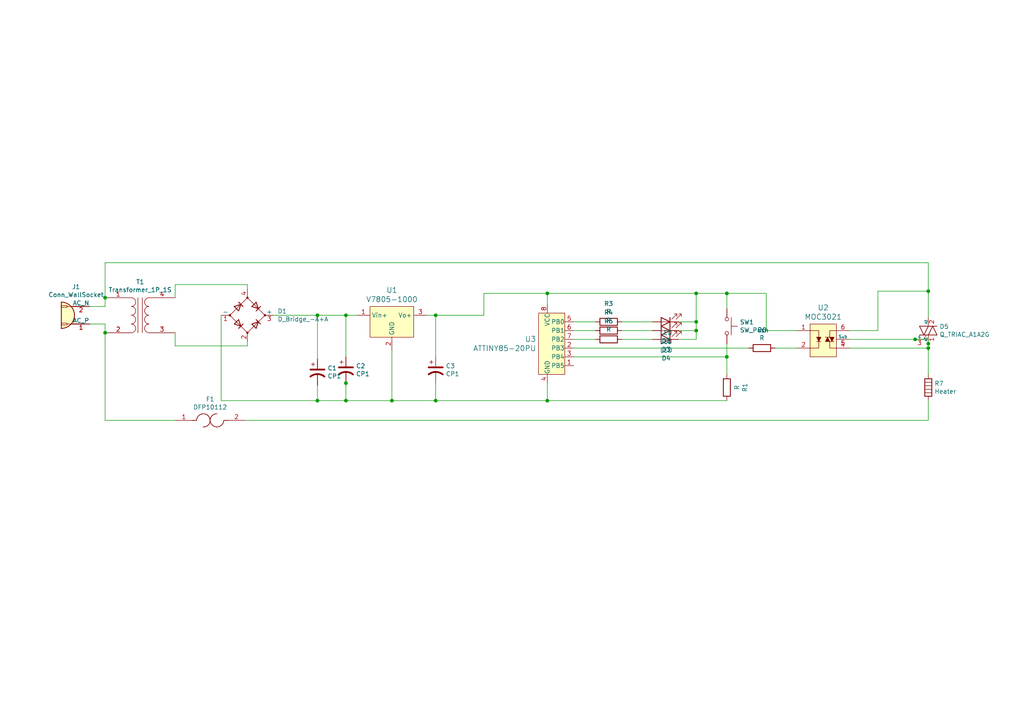
<source format=kicad_sch>
(kicad_sch (version 20230121) (generator eeschema)
  (paper "A4")
  (title_block (title "Heater Controller") (date "2021-07-24") (rev "Rev 0.5.0") (company "Luis Dinis - altLab") (comment 3 "based on ( to be completed)"))
  (lib_symbols
    (symbol "Connector:Conn_WallSocket" (pin_names (offset 0))
      (property "Reference" "J" (at 1.27 4.445 0))
      (property "Value" "Conn_WallSocket" (at 5.08 0 90))
      (symbol "Conn_WallSocket_0_1"
        (polyline (pts (xy 1.524 -2.54) (xy -2.54 -2.54)))
        (polyline (pts (xy 1.524 2.54) (xy -2.54 2.54)))
        (polyline (pts (xy 3.175 -3.81) (xy 3.175 3.81)) (stroke (width 0.254)))
        (rectangle (start 3.175 -2.794) (end 1.524 -2.286))
        (rectangle (start 3.175 2.286) (end 1.524 2.794))
        (arc (start 3.175 3.81) (mid -0.6184 0) (end 3.175 -3.81) (stroke (width 0.254)) (fill (type background)))
      )
      (symbol "Conn_WallSocket_1_1"
        (pin power_in line (at -5.08 2.54 0) (length 5.08) (name "AC_P") (number "1"))
        (pin power_in line (at -5.08 -2.54 0) (length 5.08) (name "AC_N") (number "2"))
      )
    )
    (symbol "Device:D_Bridge_-A+A" (pin_names (offset 0))
      (property "Reference" "D" (at 2.54 6.985 0))
      (property "Value" "D_Bridge_-A+A" (at 2.54 5.08 0))
      (symbol "D_Bridge_-A+A_0_1"
        (circle (center -5.08 0) (radius 0.254) (fill (type outline)))
        (circle (center 0 -5.08) (radius 0.254) (fill (type outline)))
        (polyline (pts (xy -2.54 3.81) (xy -1.27 2.54)) (stroke (width 0.254)))
        (polyline (pts (xy -1.27 -2.54) (xy -2.54 -3.81)) (stroke (width 0.254)))
        (polyline (pts (xy 2.54 -1.27) (xy 3.81 -2.54)) (stroke (width 0.254)))
        (polyline (pts (xy 2.54 1.27) (xy 3.81 2.54)) (stroke (width 0.254)))
        (polyline (pts (xy -3.81 2.54) (xy -2.54 1.27) (xy -1.905 3.175) (xy -3.81 2.54)) (stroke (width 0.254)))
        (polyline (pts (xy -2.54 -1.27) (xy -3.81 -2.54) (xy -1.905 -3.175) (xy -2.54 -1.27)) (stroke (width 0.254)))
        (polyline (pts (xy 1.27 2.54) (xy 2.54 3.81) (xy 3.175 1.905) (xy 1.27 2.54)) (stroke (width 0.254)))
        (polyline (pts (xy 3.175 -1.905) (xy 1.27 -2.54) (xy 2.54 -3.81) (xy 3.175 -1.905)) (stroke (width 0.254)))
        (polyline (pts (xy -5.08 0) (xy 0 -5.08) (xy 5.08 0) (xy 0 5.08) (xy -5.08 0)))
        (circle (center 0 5.08) (radius 0.254) (fill (type outline)))
        (circle (center 5.08 0) (radius 0.254) (fill (type outline)))
      )
      (symbol "D_Bridge_-A+A_1_1"
        (pin passive line (at -7.62 0 0) (length 2.54) (name "-") (number "1"))
        (pin passive line (at 0 -7.62 90) (length 2.54) (name "~") (number "2"))
        (pin passive line (at 7.62 0 180) (length 2.54) (name "+") (number "3"))
        (pin passive line (at 0 7.62 270) (length 2.54) (name "~") (number "4"))
      )
    )
    (symbol "Device:Heater" (pin_numbers hide) (pin_names (offset 0))
      (property "Reference" "R" (at 2.032 0 90))
      (property "Value" "Heater" (at -2.032 0 90))
      (symbol "Heater_0_1"
        (rectangle (start -1.016 -2.54) (end 1.016 2.54) (stroke (width 0.254)))
        (polyline (pts (xy -1.016 1.524) (xy 1.016 1.524)))
        (polyline (pts (xy 1.016 -1.524) (xy -1.016 -1.524)))
        (polyline (pts (xy 1.016 -0.508) (xy -1.016 -0.508)))
        (polyline (pts (xy 1.016 0.508) (xy -1.016 0.508)))
      )
      (symbol "Heater_1_1"
        (pin passive line (at 0 3.81 270) (length 1.27) (name "~") (number "1"))
        (pin passive line (at 0 -3.81 90) (length 1.27) (name "~") (number "2"))
      )
    )
    (symbol "Device:LED" (pin_numbers hide) (pin_names (offset 1.016) hide)
      (property "Reference" "D" (at 0 2.54 0))
      (property "Value" "LED" (at 0 -2.54 0))
      (symbol "LED_0_1"
        (polyline (pts (xy -1.27 -1.27) (xy -1.27 1.27)) (stroke (width 0.254)))
        (polyline (pts (xy -1.27 0) (xy 1.27 0)))
        (polyline (pts (xy 1.27 -1.27) (xy 1.27 1.27) (xy -1.27 0) (xy 1.27 -1.27)) (stroke (width 0.254)))
        (polyline (pts (xy -3.048 -0.762) (xy -4.572 -2.286) (xy -3.81 -2.286) (xy -4.572 -2.286) (xy -4.572 -1.524)))
        (polyline (pts (xy -1.778 -0.762) (xy -3.302 -2.286) (xy -2.54 -2.286) (xy -3.302 -2.286) (xy -3.302 -1.524)))
      )
      (symbol "LED_1_1"
        (pin passive line (at -3.81 0 0) (length 2.54) (name "K") (number "1"))
        (pin passive line (at 3.81 0 180) (length 2.54) (name "A") (number "2"))
      )
    )
    (symbol "Device:Q_TRIAC_A1A2G" (pin_names (offset 0))
      (property "Reference" "D" (at 3.175 0.635 0))
      (property "Value" "Q_TRIAC_A1A2G" (at 3.175 -1.27 0))
      (symbol "Q_TRIAC_A1A2G_0_1"
        (polyline (pts (xy -2.54 -1.27) (xy 2.54 -1.27)) (stroke (width 0.2032)))
        (polyline (pts (xy -2.54 1.27) (xy 2.54 1.27)) (stroke (width 0.2032)))
        (polyline (pts (xy -1.27 -2.54) (xy -0.635 -1.27)))
        (polyline (pts (xy -2.54 1.27) (xy -1.27 -1.27) (xy 0 1.27)) (stroke (width 0.2032)))
        (polyline (pts (xy 0 -1.27) (xy 1.27 1.27) (xy 2.54 -1.27)) (stroke (width 0.2032)))
      )
      (symbol "Q_TRIAC_A1A2G_1_1"
        (pin passive line (at 0 -3.81 90) (length 2.54) (name "A1") (number "1"))
        (pin passive line (at 0 3.81 270) (length 2.54) (name "A2") (number "2"))
        (pin input line (at -3.81 -2.54 0) (length 2.54) (name "G") (number "3"))
      )
    )
    (symbol "Device:R" (pin_numbers hide) (pin_names (offset 0))
      (property "Reference" "R" (at 2.032 0 90))
      (property "Value" "R" (at 0 0 90))
      (symbol "R_0_1"
        (rectangle (start -1.016 -2.54) (end 1.016 2.54) (stroke (width 0.254)))
      )
      (symbol "R_1_1"
        (pin passive line (at 0 3.81 270) (length 1.27) (name "~") (number "1"))
        (pin passive line (at 0 -3.81 90) (length 1.27) (name "~") (number "2"))
      )
    )
    (symbol "Device:Transformer_1P_1S" (pin_names (offset 1.016) hide)
      (property "Reference" "T" (at 0 6.35 0))
      (property "Value" "Transformer_1P_1S" (at 0 -7.62 0))
      (symbol "Transformer_1P_1S_0_1"
        (arc (start -2.54 -5.0546) (mid -1.6599 -4.6901) (end -1.27 -3.81))
        (arc (start -2.54 -2.5146) (mid -1.6599 -2.1501) (end -1.27 -1.27))
        (arc (start -2.54 0.0254) (mid -1.6599 0.3899) (end -1.27 1.27))
        (arc (start -2.54 2.5654) (mid -1.6599 2.9299) (end -1.27 3.81))
        (arc (start -1.27 -3.81) (mid -1.642 -2.912) (end -2.54 -2.54))
        (arc (start -1.27 -1.27) (mid -1.642 -0.372) (end -2.54 0))
        (arc (start -1.27 1.27) (mid -1.642 2.168) (end -2.54 2.54))
        (arc (start -1.27 3.81) (mid -1.642 4.708) (end -2.54 5.08))
        (polyline (pts (xy -0.635 5.08) (xy -0.635 -5.08)))
        (polyline (pts (xy 0.635 -5.08) (xy 0.635 5.08)))
        (arc (start 1.2954 -1.27) (mid 1.6599 -2.1501) (end 2.54 -2.5146))
        (arc (start 1.2954 1.27) (mid 1.6599 0.3899) (end 2.54 0.0254))
        (arc (start 1.2954 3.81) (mid 1.6599 2.9299) (end 2.54 2.5654))
        (arc (start 1.3208 -3.81) (mid 1.6853 -4.6901) (end 2.5654 -5.0546))
        (arc (start 2.54 0) (mid 1.642 -0.372) (end 1.2954 -1.27))
        (arc (start 2.54 2.54) (mid 1.642 2.168) (end 1.2954 1.27))
        (arc (start 2.54 5.08) (mid 1.642 4.708) (end 1.2954 3.81))
        (arc (start 2.5654 -2.54) (mid 1.6674 -2.912) (end 1.3208 -3.81))
      )
      (symbol "Transformer_1P_1S_1_1"
        (pin passive line (at -10.16 5.08 0) (length 7.62) (name "AA") (number "1"))
        (pin passive line (at -10.16 -5.08 0) (length 7.62) (name "AB") (number "2"))
        (pin passive line (at 10.16 -5.08 180) (length 7.62) (name "SA") (number "3"))
        (pin passive line (at 10.16 5.08 180) (length 7.62) (name "SB") (number "4"))
      )
    )
    (symbol "Switch:SW_Push" (pin_numbers hide) (pin_names (offset 1.016) hide)
      (property "Reference" "SW" (at 1.27 2.54 0))
      (property "Value" "SW_Push" (at 0 -1.524 0))
      (symbol "SW_Push_0_1"
        (circle (center -2.032 0) (radius 0.508))
        (polyline (pts (xy 0 1.27) (xy 0 3.048)))
        (polyline (pts (xy 2.54 1.27) (xy -2.54 1.27)))
        (circle (center 2.032 0) (radius 0.508))
        (pin passive line (at -5.08 0 0) (length 2.54) (name "1") (number "1"))
        (pin passive line (at 5.08 0 180) (length 2.54) (name "2") (number "2"))
      )
    )
    (symbol "power_rc_01-rescue:ATTINY85-20PU-dk_Embedded-Microcontrollers" (pin_names (offset 0.0254))
      (property "Reference" "U" (at -2.8448 8.636 0))
      (property "Value" "dk_Embedded-Microcontrollers_ATTINY85-20PU" (at 3.048 -11.43 0))
      (symbol "ATTINY85-20PU-dk_Embedded-Microcontrollers_0_1"
        (rectangle (start -2.54 7.62) (end 5.08 -10.16) (fill (type background)))
      )
      (symbol "ATTINY85-20PU-dk_Embedded-Microcontrollers_1_1"
        (pin bidirectional line (at -5.08 -7.62 0) (length 2.54) (name "PB5") (number "1"))
        (pin bidirectional line (at -5.08 -2.54 0) (length 2.54) (name "PB3") (number "2"))
        (pin bidirectional line (at -5.08 -5.08 0) (length 2.54) (name "PB4") (number "3"))
        (pin power_in line (at 2.54 -12.7 90) (length 2.54) (name "GND") (number "4"))
        (pin bidirectional line (at -5.08 5.08 0) (length 2.54) (name "PB0") (number "5"))
        (pin bidirectional line (at -5.08 2.54 0) (length 2.54) (name "PB1") (number "6"))
        (pin bidirectional line (at -5.08 0 0) (length 2.54) (name "PB2") (number "7"))
        (pin power_in line (at 2.54 10.16 270) (length 2.54) (name "VCC") (number "8"))
      )
    )
    (symbol "power_rc_01-rescue:CP1-Device" (pin_numbers hide) (pin_names (offset 0.254) hide)
      (property "Reference" "C" (at 0.635 2.54 0))
      (property "Value" "Device_CP1" (at 0.635 -2.54 0))
      (symbol "CP1-Device_0_1"
        (polyline (pts (xy -2.032 0.762) (xy 2.032 0.762)) (stroke (width 0.508)))
        (polyline (pts (xy -1.778 2.286) (xy -0.762 2.286)))
        (polyline (pts (xy -1.27 1.778) (xy -1.27 2.794)))
        (arc (start 2.032 -1.27) (mid 0 -0.5572) (end -2.032 -1.27) (stroke (width 0.508)))
      )
      (symbol "CP1-Device_1_1"
        (pin passive line (at 0 3.81 270) (length 2.794) (name "~") (number "1"))
        (pin passive line (at 0 -3.81 90) (length 3.302) (name "~") (number "2"))
      )
    )
    (symbol "power_rc_01-rescue:DFP10112-dk_Thermal-Cutoffs-Thermal-Fuses" (pin_names (offset 0))
      (property "Reference" "F" (at 0 3.81 0))
      (property "Value" "dk_Thermal-Cutoffs-Thermal-Fuses_DFP10112" (at 0 -4.445 0))
      (symbol "DFP10112-dk_Thermal-Cutoffs-Thermal-Fuses_0_1"
        (arc (start -2.032 -1.905) (mid -0.6006 -1.3942) (end 0 0))
        (arc (start -2.032 -1.905) (mid -0.6006 -1.3942) (end 0 0))
        (arc (start 0 0) (mid -1.9561 1.9057) (end -3.937 0))
        (arc (start 0 0) (mid -1.9561 1.9057) (end -3.937 0))
        (polyline (pts (xy -3.937 0) (xy -5.207 0)))
        (polyline (pts (xy -3.937 0) (xy -5.207 0)))
        (polyline (pts (xy 3.937 0) (xy 5.207 0)))
        (polyline (pts (xy 3.937 0) (xy 5.207 0)))
        (arc (start 0 0) (mid 1.9561 -1.9057) (end 3.937 0))
        (arc (start 0 0) (mid 1.9561 -1.9057) (end 3.937 0))
        (arc (start 2.032 1.905) (mid 0.6006 1.3942) (end 0 0))
        (arc (start 2.032 1.905) (mid 0.6006 1.3942) (end 0 0))
      )
      (symbol "DFP10112-dk_Thermal-Cutoffs-Thermal-Fuses_1_1"
        (pin passive line (at -10.16 0 0) (length 5.08) (name "~") (number "1"))
        (pin passive line (at 10.16 0 180) (length 5.08) (name "~") (number "2"))
      )
    )
    (symbol "power_rc_01-rescue:MOC3021-dk_Optoisolators-Triac-SCR-Output" (pin_names (offset 0))
      (property "Reference" "U" (at 0 6.35 0))
      (property "Value" "dk_Optoisolators-Triac-SCR-Output_MOC3021" (at 0 -7.62 0))
      (symbol "MOC3021-dk_Optoisolators-Triac-SCR-Output_0_1"
        (rectangle (start -3.81 4.445) (end 3.81 -5.08) (fill (type background)))
        (polyline (pts (xy -1.905 -0.635) (xy -0.635 -0.635)))
        (polyline (pts (xy 1.905 -0.635) (xy 3.175 -0.635)))
        (polyline (pts (xy 1.905 0.635) (xy 0.635 0.635)))
        (polyline (pts (xy 1.905 -0.635) (xy 1.905 -2.54) (xy 3.81 -2.54)))
        (polyline (pts (xy 3.81 2.54) (xy 1.905 2.54) (xy 1.905 0.635)))
        (polyline (pts (xy -3.81 2.54) (xy -1.27 2.54) (xy -1.27 -2.54) (xy -3.81 -2.54)))
        (polyline (pts (xy -1.905 0.635) (xy -1.27 -0.635) (xy -0.635 0.635) (xy -1.905 0.635)) (fill (type outline)))
        (polyline (pts (xy 0.635 -0.635) (xy 1.27 0.635) (xy 1.905 -0.635) (xy 0.635 -0.635)) (fill (type outline)))
        (polyline (pts (xy 1.905 0.635) (xy 2.54 -0.635) (xy 3.175 0.635) (xy 1.905 0.635)) (fill (type outline)))
      )
      (symbol "MOC3021-dk_Optoisolators-Triac-SCR-Output_1_1"
        (pin passive line (at -7.62 2.54 0) (length 3.81) (name "~") (number "1"))
        (pin passive line (at -7.62 -2.54 0) (length 3.81) (name "~") (number "2"))
        (pin no_connect line (at 0 -5.08 90) (length 3.81) hide (name "NC") (number "3"))
        (pin passive line (at 7.62 -2.54 180) (length 3.81) (name "~") (number "4"))
        (pin passive line (at 7.62 0 180) (length 3.81) (name "Sub") (number "5"))
        (pin passive line (at 7.62 2.54 180) (length 3.81) (name "~") (number "6"))
      )
    )
    (symbol "power_rc_01-rescue:V7805-1000-dk_DC-DC-Converters"
      (property "Reference" "U" (at -6.35 6.35 0))
      (property "Value" "dk_DC-DC-Converters_V7805-1000" (at 1.27 -5.08 0))
      (symbol "V7805-1000-dk_DC-DC-Converters_0_1"
        (rectangle (start -6.35 5.08) (end 6.35 -3.81) (fill (type background)))
      )
      (symbol "V7805-1000-dk_DC-DC-Converters_1_1"
        (pin power_in line (at -10.16 2.54 0) (length 3.81) (name "Vin+") (number "1"))
        (pin power_in line (at 0 -7.62 90) (length 3.81) (name "GND") (number "2"))
        (pin power_out line (at 10.16 2.54 180) (length 3.81) (name "Vo+") (number "3"))
      )
    )
  )
  (junction (at 113.665 116.205))
  (junction (at 100.33 91.44))
  (junction (at 201.93 85.09))
  (junction (at 269.24 99.695))
  (junction (at 92.075 91.44))
  (junction (at 92.075 116.205))
  (junction (at 158.75 116.205))
  (junction (at 269.24 84.455))
  (junction (at 265.43 98.425))
  (junction (at 210.82 103.505))
  (junction (at 158.75 85.09))
  (junction (at 201.93 95.885))
  (junction (at 201.93 93.345))
  (junction (at 269.24 100.965))
  (junction (at 30.48 96.52))
  (junction (at 210.82 85.09))
  (junction (at 126.365 116.205))
  (junction (at 100.33 116.205))
  (junction (at 100.33 111.125))
  (junction (at 126.365 91.44))
  (junction (at 30.48 86.36))
  (wire (pts (xy 222.25 85.09) (xy 210.82 85.09)))
  (wire (pts (xy 166.37 100.965) (xy 217.17 100.965)))
  (wire (pts (xy 158.75 88.265) (xy 158.75 85.09)))
  (wire (pts (xy 126.365 116.205) (xy 126.365 111.125)))
  (wire (pts (xy 92.075 104.14) (xy 92.075 91.44)))
  (wire (pts (xy 50.8 100.33) (xy 71.755 100.33)))
  (wire (pts (xy 269.24 121.92) (xy 269.24 116.205)))
  (wire (pts (xy 210.82 99.695) (xy 210.82 103.505)))
  (wire (pts (xy 269.24 84.455) (xy 269.24 92.075)))
  (wire (pts (xy 231.14 95.885) (xy 222.25 95.885)))
  (wire (pts (xy 126.365 103.505) (xy 126.365 91.44)))
  (wire (pts (xy 126.365 116.205) (xy 113.665 116.205)))
  (wire (pts (xy 201.93 93.345) (xy 201.93 95.885)))
  (wire (pts (xy 113.665 101.6) (xy 113.665 116.205)))
  (wire (pts (xy 269.24 98.425) (xy 269.24 99.695)))
  (wire (pts (xy 196.85 93.345) (xy 201.93 93.345)))
  (wire (pts (xy 269.24 99.695) (xy 269.24 100.965)))
  (wire (pts (xy 71.12 121.92) (xy 269.24 121.92)))
  (wire (pts (xy 140.335 85.09) (xy 158.75 85.09)))
  (wire (pts (xy 166.37 98.425) (xy 172.72 98.425)))
  (wire (pts (xy 126.365 91.44) (xy 140.335 91.44)))
  (wire (pts (xy 64.135 91.44) (xy 64.135 116.205)))
  (wire (pts (xy 210.82 89.535) (xy 210.82 85.09)))
  (wire (pts (xy 224.79 100.965) (xy 231.14 100.965)))
  (wire (pts (xy 210.82 85.09) (xy 201.93 85.09)))
  (wire (pts (xy 201.93 85.09) (xy 201.93 93.345)))
  (wire (pts (xy 64.135 116.205) (xy 92.075 116.205)))
  (wire (pts (xy 172.72 95.885) (xy 166.37 95.885)))
  (wire (pts (xy 166.37 103.505) (xy 210.82 103.505)))
  (wire (pts (xy 100.33 110.49) (xy 100.33 111.125)))
  (wire (pts (xy 71.755 83.82) (xy 71.755 82.55)))
  (wire (pts (xy 158.75 116.205) (xy 158.75 111.125)))
  (wire (pts (xy 254.635 84.455) (xy 269.24 84.455)))
  (wire (pts (xy 246.38 95.885) (xy 254.635 95.885)))
  (wire (pts (xy 180.34 93.345) (xy 189.23 93.345)))
  (wire (pts (xy 100.33 116.205) (xy 113.665 116.205)))
  (wire (pts (xy 158.75 85.09) (xy 201.93 85.09)))
  (wire (pts (xy 126.365 116.205) (xy 158.75 116.205)))
  (wire (pts (xy 30.48 96.52) (xy 30.48 121.92)))
  (wire (pts (xy 30.48 93.98) (xy 26.035 93.98)))
  (wire (pts (xy 246.38 98.425) (xy 265.43 98.425)))
  (wire (pts (xy 222.25 95.885) (xy 222.25 85.09)))
  (wire (pts (xy 269.24 100.965) (xy 246.38 100.965)))
  (wire (pts (xy 123.825 91.44) (xy 126.365 91.44)))
  (wire (pts (xy 254.635 95.885) (xy 254.635 84.455)))
  (wire (pts (xy 92.075 111.76) (xy 92.075 116.205)))
  (wire (pts (xy 30.48 76.2) (xy 269.24 76.2)))
  (wire (pts (xy 269.24 108.585) (xy 269.24 100.965)))
  (wire (pts (xy 92.075 116.205) (xy 100.33 116.205)))
  (wire (pts (xy 100.33 111.125) (xy 100.33 116.205)))
  (wire (pts (xy 100.33 103.505) (xy 100.33 91.44)))
  (wire (pts (xy 201.93 95.885) (xy 201.93 98.425)))
  (wire (pts (xy 265.43 98.425) (xy 269.24 98.425)))
  (wire (pts (xy 180.34 98.425) (xy 189.23 98.425)))
  (wire (pts (xy 189.23 95.885) (xy 180.34 95.885)))
  (wire (pts (xy 196.85 95.885) (xy 201.93 95.885)))
  (wire (pts (xy 71.755 100.33) (xy 71.755 99.06)))
  (wire (pts (xy 100.33 91.44) (xy 103.505 91.44)))
  (wire (pts (xy 50.8 82.55) (xy 50.8 86.36)))
  (wire (pts (xy 269.24 76.2) (xy 269.24 84.455)))
  (wire (pts (xy 30.48 121.92) (xy 50.8 121.92)))
  (wire (pts (xy 196.85 98.425) (xy 201.93 98.425)))
  (wire (pts (xy 71.755 82.55) (xy 50.8 82.55)))
  (wire (pts (xy 30.48 76.2) (xy 30.48 86.36)))
  (wire (pts (xy 158.75 116.205) (xy 210.82 116.205)))
  (wire (pts (xy 140.335 91.44) (xy 140.335 85.09)))
  (wire (pts (xy 92.075 91.44) (xy 100.33 91.44)))
  (wire (pts (xy 30.48 86.36) (xy 30.48 88.9)))
  (wire (pts (xy 79.375 91.44) (xy 92.075 91.44)))
  (wire (pts (xy 30.48 96.52) (xy 30.48 93.98)))
  (wire (pts (xy 166.37 93.345) (xy 172.72 93.345)))
  (wire (pts (xy 50.8 96.52) (xy 50.8 100.33)))
  (wire (pts (xy 210.82 108.585) (xy 210.82 103.505)))
  (wire (pts (xy 30.48 88.9) (xy 26.035 88.9)))
  (symbol (lib_id "Device:LED") (at 193.04 93.345 180) (unit 1)
    (property "Reference" "D2" (at 193.2178 98.8314 0))
    (property "Value" "LED" (at 193.2178 96.52 0))
    (property "Footprint" "LED_THT:LED_D3.0mm_Horizontal_O3.81mm_Z10.0mm" (effects hide))
  )
  (symbol (lib_id "Device:R") (at 176.53 93.345 270) (unit 1)
    (property "Reference" "R3" (at 176.53 88.0872 90))
    (property "Value" "R" (at 176.53 90.3986 90))
    (property "Footprint" "Resistor_THT:R_Axial_DIN0309_L9.0mm_D3.2mm_P2.54mm_Vertical" (effects hide))
  )
  (symbol (lib_id "Device:Transformer_1P_1S") (at 40.64 91.44 0) (unit 1)
    (property "Reference" "T1" (at 40.64 81.7626 0))
    (property "Value" "Transformer_1P_1S" (at 40.64 84.074 0))
    (property "Footprint" "Transformer_THT:Transformer_37x44" (effects hide))
  )
  (symbol (lib_id "Device:R") (at 176.53 95.885 270) (unit 1)
    (property "Reference" "R4" (at 176.53 90.6272 90))
    (property "Value" "R" (at 176.53 92.9386 90))
    (property "Footprint" "Resistor_THT:R_Axial_DIN0309_L9.0mm_D3.2mm_P2.54mm_Vertical" (effects hide))
  )
  (symbol (lib_id "Device:LED") (at 193.04 95.885 180) (unit 1)
    (property "Reference" "D3" (at 193.2178 101.3714 0))
    (property "Value" "LED" (at 193.2178 99.06 0))
    (property "Footprint" "LED_THT:LED_D3.0mm_Horizontal_O3.81mm_Z10.0mm" (effects hide))
  )
  (symbol (lib_id "Device:R") (at 176.53 98.425 270) (unit 1)
    (property "Reference" "R5" (at 176.53 93.1672 90))
    (property "Value" "R" (at 176.53 95.4786 90))
    (property "Footprint" "Resistor_THT:R_Axial_DIN0309_L9.0mm_D3.2mm_P2.54mm_Vertical" (effects hide))
  )
  (symbol (lib_id "Device:LED") (at 193.04 98.425 180) (unit 1)
    (property "Reference" "D4" (at 193.2178 103.9114 0))
    (property "Value" "LED" (at 193.2178 101.6 0))
    (property "Footprint" "LED_THT:LED_D3.0mm_Horizontal_O3.81mm_Z10.0mm" (effects hide))
  )
  (symbol (lib_id "Device:Q_TRIAC_A1A2G") (at 269.24 95.885 0) (unit 1)
    (property "Reference" "D5" (at 272.4912 94.7166 0) (effects (justify left)))
    (property "Value" "Q_TRIAC_A1A2G" (at 272.4912 97.028 0) (effects (justify left)))
    (property "Footprint" "Package_TO_SOT_THT:TO-218-3_Horizontal_TabUp" (effects hide))
  )
  (symbol (lib_id "power_rc_01-rescue:MOC3021-dk_Optoisolators-Triac-SCR-Output") (at 238.76 98.425 0) (unit 1)
    (property "Reference" "U2" (at 238.76 89.2302 0) (effects (font (size 1.524 1.524))))
    (property "Value" "MOC3021" (at 238.76 91.9226 0) (effects (font (size 1.524 1.524))))
    (property "Footprint" "digikey-footprints:DIP-6_W7.62mm" (effects hide))
    (property "Datasheet" "http://optoelectronics.liteon.com/upload/download/DS-70-99-0019/MOC302X%20series%20201606.pdf" (effects hide))
    (property "Digi-Key_PN" "160-1374-5-ND" (effects hide))
    (property "MPN" "MOC3021" (effects hide))
    (property "Category" "Isolators" (effects hide))
    (property "Family" "Optoisolators - Triac, SCR Output" (effects hide))
    (property "DK_Datasheet_Link" "http://optoelectronics.liteon.com/upload/download/DS-70-99-0019/MOC302X%20series%20201606.pdf" (effects hide))
    (property "DK_Detail_Page" "/product-detail/en/lite-on-inc/MOC3021/160-1374-5-ND/385844" (effects hide))
    (property "Description" "OPTOISOLATOR 5KV TRIAC 6DIP" (effects hide))
    (property "Manufacturer" "Lite-On Inc." (effects hide))
    (property "Status" "Active" (effects hide))
  )
  (symbol (lib_id "Device:R") (at 220.98 100.965 270) (unit 1)
    (property "Reference" "R6" (at 220.98 95.7072 90))
    (property "Value" "R" (at 220.98 98.0186 90))
    (property "Footprint" "Resistor_THT:R_Axial_DIN0309_L9.0mm_D3.2mm_P2.54mm_Vertical" (effects hide))
  )
  (symbol (lib_id "Device:Heater") (at 269.24 112.395 0) (unit 1)
    (property "Reference" "R7" (at 271.018 111.2266 0) (effects (justify left)))
    (property "Value" "Heater" (at 271.018 113.538 0) (effects (justify left)))
    (property "Footprint" "Connector_JST:JST_EH_B2B-EH-A_1x02_P2.50mm_Vertical" (effects hide))
  )
  (symbol (lib_id "Device:D_Bridge_-A+A") (at 71.755 91.44 0) (unit 1)
    (property "Reference" "D1" (at 80.4926 90.2716 0) (effects (justify left)))
    (property "Value" "D_Bridge_-A+A" (at 80.4926 92.583 0) (effects (justify left)))
    (property "Footprint" "Diode_THT:Diode_Bridge_15.7x15.7x6.3mm_P10.8mm" (effects hide))
  )
  (symbol (lib_id "power_rc_01-rescue:V7805-1000-dk_DC-DC-Converters") (at 113.665 93.98 0) (unit 1)
    (property "Reference" "U1" (at 113.665 84.1502 0) (effects (font (size 1.524 1.524))))
    (property "Value" "V7805-1000" (at 113.665 86.8426 0) (effects (font (size 1.524 1.524))))
    (property "Footprint" "digikey-footprints:3-SIP_Module_V7805-1000" (effects hide))
    (property "Datasheet" "https://www.cui.com/product/resource/digikeypdf/v78xx-1000.pdf" (effects hide))
    (property "Digi-Key_PN" "102-1715-ND" (effects hide))
    (property "MPN" "V7805-1000" (effects hide))
    (property "Category" "Power Supplies - Board Mount" (effects hide))
    (property "Family" "DC DC Converters" (effects hide))
    (property "DK_Datasheet_Link" "https://www.cui.com/product/resource/digikeypdf/v78xx-1000.pdf" (effects hide))
    (property "DK_Detail_Page" "/product-detail/en/cui-inc/V7805-1000/102-1715-ND/1828608" (effects hide))
    (property "Description" "DC DC CONVERTER 5V 5W" (effects hide))
    (property "Manufacturer" "CUI Inc." (effects hide))
    (property "Status" "Active" (effects hide))
  )
  (symbol (lib_id "power_rc_01-rescue:CP1-Device") (at 92.075 107.95 0) (unit 1)
    (property "Reference" "C1" (at 94.996 106.7816 0) (effects (justify left)))
    (property "Value" "CP1" (at 94.996 109.093 0) (effects (justify left)))
    (property "Footprint" "Capacitor_THT:CP_Radial_D5.0mm_P2.50mm" (effects hide))
  )
  (symbol (lib_id "power_rc_01-rescue:CP1-Device") (at 100.33 107.315 0) (unit 1)
    (property "Reference" "C2" (at 103.251 106.1466 0) (effects (justify left)))
    (property "Value" "CP1" (at 103.251 108.458 0) (effects (justify left)))
    (property "Footprint" "Capacitor_THT:CP_Radial_D5.0mm_P2.50mm" (effects hide))
  )
  (symbol (lib_id "power_rc_01-rescue:CP1-Device") (at 126.365 107.315 0) (unit 1)
    (property "Reference" "C3" (at 129.286 106.1466 0) (effects (justify left)))
    (property "Value" "CP1" (at 129.286 108.458 0) (effects (justify left)))
    (property "Footprint" "Capacitor_THT:CP_Radial_D5.0mm_P2.50mm" (effects hide))
  )
  (symbol (lib_id "Connector:Conn_WallSocket") (at 20.955 91.44 180) (unit 1)
    (property "Reference" "J1" (at 22.0726 83.185 0))
    (property "Value" "Conn_WallSocket" (at 22.0726 85.4964 0))
    (property "Footprint" "Connector_Wire:SolderWirePad_1x02_P7.62mm_Drill2mm" (effects hide))
  )
  (symbol (lib_id "power_rc_01-rescue:ATTINY85-20PU-dk_Embedded-Microcontrollers") (at 161.29 98.425 0) (mirror y) (unit 1)
    (property "Reference" "U3" (at 155.5242 98.3488 0) (effects (font (size 1.524 1.524)) (justify left)))
    (property "Value" "ATTINY85-20PU" (at 155.5242 101.0412 0) (effects (font (size 1.524 1.524)) (justify left)))
    (property "Footprint" "digikey-footprints:DIP-8_W7.62mm" (effects hide))
    (property "Datasheet" "http://www.microchip.com/mymicrochip/filehandler.aspx?ddocname=en589894" (effects hide))
    (property "Digi-Key_PN" "ATTINY85-20PU-ND" (effects hide))
    (property "MPN" "ATTINY85-20PU" (effects hide))
    (property "Category" "Integrated Circuits (ICs)" (effects hide))
    (property "Family" "Embedded - Microcontrollers" (effects hide))
    (property "DK_Datasheet_Link" "http://www.microchip.com/mymicrochip/filehandler.aspx?ddocname=en589894" (effects hide))
    (property "DK_Detail_Page" "/product-detail/en/microchip-technology/ATTINY85-20PU/ATTINY85-20PU-ND/735469" (effects hide))
    (property "Description" "IC MCU 8BIT 8KB FLASH 8DIP" (effects hide))
    (property "Manufacturer" "Microchip Technology" (effects hide))
    (property "Status" "Active" (effects hide))
  )
  (symbol (lib_id "Switch:SW_Push") (at 210.82 94.615 270) (unit 1)
    (property "Reference" "SW1" (at 214.5792 93.4466 90) (effects (justify left)))
    (property "Value" "SW_Push" (at 214.5792 95.758 90) (effects (justify left)))
    (property "Footprint" "Button_Switch_THT:SW_PUSH_6mm" (effects hide))
  )
  (symbol (lib_id "Device:R") (at 210.82 112.395 180) (unit 1)
    (property "Reference" "R1" (at 216.0778 112.395 90))
    (property "Value" "R" (at 213.7664 112.395 90))
    (property "Footprint" "Resistor_THT:R_Axial_DIN0309_L9.0mm_D3.2mm_P2.54mm_Vertical" (effects hide))
  )
  (symbol (lib_id "power_rc_01-rescue:DFP10112-dk_Thermal-Cutoffs-Thermal-Fuses") (at 60.96 121.92 0) (unit 1)
    (property "Reference" "F1" (at 60.96 115.7986 0))
    (property "Value" "DFP10112" (at 60.96 118.11 0))
    (property "Footprint" "Fuse:Fuseholder_Cylinder-5x20mm_Schurter_0031_8201_Horizontal_Open" (effects hide))
    (property "Datasheet" "https://www.us.tdk-lambda.com/ftp/specs/dfp10112.pdf" (effects hide))
    (property "Digi-Key_PN" "285-1901-ND" (effects hide))
    (property "MPN" "DFP10112" (effects hide))
    (property "Category" "Circuit Protection" (effects hide))
    (property "Family" "Thermal Cutoffs (Thermal Fuses)" (effects hide))
    (property "DK_Datasheet_Link" "https://www.us.tdk-lambda.com/ftp/specs/dfp10112.pdf" (effects hide))
    (property "DK_Detail_Page" "/product-detail/en/tdk-lambda-americas-inc/DFP10112/285-1901-ND/2071332" (effects hide))
    (property "Description" "TCO 250VAC 139C(282F) RADIAL" (effects hide))
    (property "Manufacturer" "TDK-Lambda Americas Inc." (effects hide))
    (property "Status" "Active" (effects hide))
  )
)
</source>
